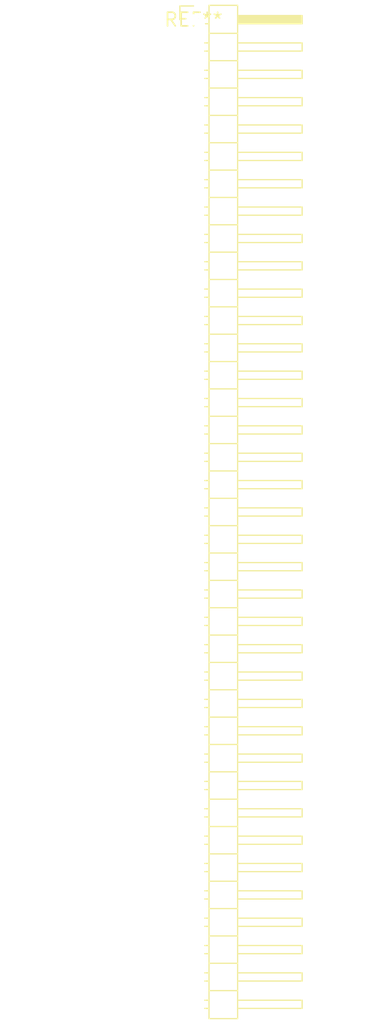
<source format=kicad_pcb>
(kicad_pcb (version 20240108) (generator pcbnew)
  (layers (0 "F.Cu" signal) (31 "B.Cu" signal) (34 "B.Paste" user) (35 "F.Paste" user) (36 "B.SilkS" user "B.Silkscreen") (37 "F.SilkS" user "F.Silkscreen") (38 "B.Mask" user) (39 "F.Mask" user) (44 "Edge.Cuts" user))
  (net 0 "")
  (footprint "PinHeader_1x37_P2.54mm_Horizontal" (layer "F.Cu") (at 0 0)
    (property "Reference" "REF**")
    (property "Value" "PinHeader_1x37_P2.54mm_Horizontal")
    (fp_line (start -1.27 -1.27) (end 0 -1.27) (layer "F.SilkS") (stroke (width 0.12)))
    (fp_line (start -1.27 0) (end -1.27 -1.27) (layer "F.SilkS") (stroke (width 0.12)))
    (fp_line (start 1.042929 2.16) (end 1.44 2.16) (layer "F.SilkS") (stroke (width 0.12)))
    (fp_line (start 1.042929 2.92) (end 1.44 2.92) (layer "F.SilkS") (stroke (width 0.12)))
    (fp_line (start 1.042929 4.7) (end 1.44 4.7) (layer "F.SilkS") (stroke (width 0.12)))
    (fp_line (start 1.042929 5.46) (end 1.44 5.46) (layer "F.SilkS") (stroke (width 0.12)))
    (fp_line (start 1.042929 7.24) (end 1.44 7.24) (layer "F.SilkS") (stroke (width 0.12)))
    (fp_line (start 1.042929 8) (end 1.44 8) (layer "F.SilkS") (stroke (width 0.12)))
    (fp_line (start 1.042929 9.78) (end 1.44 9.78) (layer "F.SilkS") (stroke (width 0.12)))
    (fp_line (start 1.042929 10.54) (end 1.44 10.54) (layer "F.SilkS") (stroke (width 0.12)))
    (fp_line (start 1.042929 12.32) (end 1.44 12.32) (layer "F.SilkS") (stroke (width 0.12)))
    (fp_line (start 1.042929 13.08) (end 1.44 13.08) (layer "F.SilkS") (stroke (width 0.12)))
    (fp_line (start 1.042929 14.86) (end 1.44 14.86) (layer "F.SilkS") (stroke (width 0.12)))
    (fp_line (start 1.042929 15.62) (end 1.44 15.62) (layer "F.SilkS") (stroke (width 0.12)))
    (fp_line (start 1.042929 17.4) (end 1.44 17.4) (layer "F.SilkS") (stroke (width 0.12)))
    (fp_line (start 1.042929 18.16) (end 1.44 18.16) (layer "F.SilkS") (stroke (width 0.12)))
    (fp_line (start 1.042929 19.94) (end 1.44 19.94) (layer "F.SilkS") (stroke (width 0.12)))
    (fp_line (start 1.042929 20.7) (end 1.44 20.7) (layer "F.SilkS") (stroke (width 0.12)))
    (fp_line (start 1.042929 22.48) (end 1.44 22.48) (layer "F.SilkS") (stroke (width 0.12)))
    (fp_line (start 1.042929 23.24) (end 1.44 23.24) (layer "F.SilkS") (stroke (width 0.12)))
    (fp_line (start 1.042929 25.02) (end 1.44 25.02) (layer "F.SilkS") (stroke (width 0.12)))
    (fp_line (start 1.042929 25.78) (end 1.44 25.78) (layer "F.SilkS") (stroke (width 0.12)))
    (fp_line (start 1.042929 27.56) (end 1.44 27.56) (layer "F.SilkS") (stroke (width 0.12)))
    (fp_line (start 1.042929 28.32) (end 1.44 28.32) (layer "F.SilkS") (stroke (width 0.12)))
    (fp_line (start 1.042929 30.1) (end 1.44 30.1) (layer "F.SilkS") (stroke (width 0.12)))
    (fp_line (start 1.042929 30.86) (end 1.44 30.86) (layer "F.SilkS") (stroke (width 0.12)))
    (fp_line (start 1.042929 32.64) (end 1.44 32.64) (layer "F.SilkS") (stroke (width 0.12)))
    (fp_line (start 1.042929 33.4) (end 1.44 33.4) (layer "F.SilkS") (stroke (width 0.12)))
    (fp_line (start 1.042929 35.18) (end 1.44 35.18) (layer "F.SilkS") (stroke (width 0.12)))
    (fp_line (start 1.042929 35.94) (end 1.44 35.94) (layer "F.SilkS") (stroke (width 0.12)))
    (fp_line (start 1.042929 37.72) (end 1.44 37.72) (layer "F.SilkS") (stroke (width 0.12)))
    (fp_line (start 1.042929 38.48) (end 1.44 38.48) (layer "F.SilkS") (stroke (width 0.12)))
    (fp_line (start 1.042929 40.26) (end 1.44 40.26) (layer "F.SilkS") (stroke (width 0.12)))
    (fp_line (start 1.042929 41.02) (end 1.44 41.02) (layer "F.SilkS") (stroke (width 0.12)))
    (fp_line (start 1.042929 42.8) (end 1.44 42.8) (layer "F.SilkS") (stroke (width 0.12)))
    (fp_line (start 1.042929 43.56) (end 1.44 43.56) (layer "F.SilkS") (stroke (width 0.12)))
    (fp_line (start 1.042929 45.34) (end 1.44 45.34) (layer "F.SilkS") (stroke (width 0.12)))
    (fp_line (start 1.042929 46.1) (end 1.44 46.1) (layer "F.SilkS") (stroke (width 0.12)))
    (fp_line (start 1.042929 47.88) (end 1.44 47.88) (layer "F.SilkS") (stroke (width 0.12)))
    (fp_line (start 1.042929 48.64) (end 1.44 48.64) (layer "F.SilkS") (stroke (width 0.12)))
    (fp_line (start 1.042929 50.42) (end 1.44 50.42) (layer "F.SilkS") (stroke (width 0.12)))
    (fp_line (start 1.042929 51.18) (end 1.44 51.18) (layer "F.SilkS") (stroke (width 0.12)))
    (fp_line (start 1.042929 52.96) (end 1.44 52.96) (layer "F.SilkS") (stroke (width 0.12)))
    (fp_line (start 1.042929 53.72) (end 1.44 53.72) (layer "F.SilkS") (stroke (width 0.12)))
    (fp_line (start 1.042929 55.5) (end 1.44 55.5) (layer "F.SilkS") (stroke (width 0.12)))
    (fp_line (start 1.042929 56.26) (end 1.44 56.26) (layer "F.SilkS") (stroke (width 0.12)))
    (fp_line (start 1.042929 58.04) (end 1.44 58.04) (layer "F.SilkS") (stroke (width 0.12)))
    (fp_line (start 1.042929 58.8) (end 1.44 58.8) (layer "F.SilkS") (stroke (width 0.12)))
    (fp_line (start 1.042929 60.58) (end 1.44 60.58) (layer "F.SilkS") (stroke (width 0.12)))
    (fp_line (start 1.042929 61.34) (end 1.44 61.34) (layer "F.SilkS") (stroke (width 0.12)))
    (fp_line (start 1.042929 63.12) (end 1.44 63.12) (layer "F.SilkS") (stroke (width 0.12)))
    (fp_line (start 1.042929 63.88) (end 1.44 63.88) (layer "F.SilkS") (stroke (width 0.12)))
    (fp_line (start 1.042929 65.66) (end 1.44 65.66) (layer "F.SilkS") (stroke (width 0.12)))
    (fp_line (start 1.042929 66.42) (end 1.44 66.42) (layer "F.SilkS") (stroke (width 0.12)))
    (fp_line (start 1.042929 68.2) (end 1.44 68.2) (layer "F.SilkS") (stroke (width 0.12)))
    (fp_line (start 1.042929 68.96) (end 1.44 68.96) (layer "F.SilkS") (stroke (width 0.12)))
    (fp_line (start 1.042929 70.74) (end 1.44 70.74) (layer "F.SilkS") (stroke (width 0.12)))
    (fp_line (start 1.042929 71.5) (end 1.44 71.5) (layer "F.SilkS") (stroke (width 0.12)))
    (fp_line (start 1.042929 73.28) (end 1.44 73.28) (layer "F.SilkS") (stroke (width 0.12)))
    (fp_line (start 1.042929 74.04) (end 1.44 74.04) (layer "F.SilkS") (stroke (width 0.12)))
    (fp_line (start 1.042929 75.82) (end 1.44 75.82) (layer "F.SilkS") (stroke (width 0.12)))
    (fp_line (start 1.042929 76.58) (end 1.44 76.58) (layer "F.SilkS") (stroke (width 0.12)))
    (fp_line (start 1.042929 78.36) (end 1.44 78.36) (layer "F.SilkS") (stroke (width 0.12)))
    (fp_line (start 1.042929 79.12) (end 1.44 79.12) (layer "F.SilkS") (stroke (width 0.12)))
    (fp_line (start 1.042929 80.9) (end 1.44 80.9) (layer "F.SilkS") (stroke (width 0.12)))
    (fp_line (start 1.042929 81.66) (end 1.44 81.66) (layer "F.SilkS") (stroke (width 0.12)))
    (fp_line (start 1.042929 83.44) (end 1.44 83.44) (layer "F.SilkS") (stroke (width 0.12)))
    (fp_line (start 1.042929 84.2) (end 1.44 84.2) (layer "F.SilkS") (stroke (width 0.12)))
    (fp_line (start 1.042929 85.98) (end 1.44 85.98) (layer "F.SilkS") (stroke (width 0.12)))
    (fp_line (start 1.042929 86.74) (end 1.44 86.74) (layer "F.SilkS") (stroke (width 0.12)))
    (fp_line (start 1.042929 88.52) (end 1.44 88.52) (layer "F.SilkS") (stroke (width 0.12)))
    (fp_line (start 1.042929 89.28) (end 1.44 89.28) (layer "F.SilkS") (stroke (width 0.12)))
    (fp_line (start 1.042929 91.06) (end 1.44 91.06) (layer "F.SilkS") (stroke (width 0.12)))
    (fp_line (start 1.042929 91.82) (end 1.44 91.82) (layer "F.SilkS") (stroke (width 0.12)))
    (fp_line (start 1.11 -0.38) (end 1.44 -0.38) (layer "F.SilkS") (stroke (width 0.12)))
    (fp_line (start 1.11 0.38) (end 1.44 0.38) (layer "F.SilkS") (stroke (width 0.12)))
    (fp_line (start 1.44 -1.33) (end 1.44 92.77) (layer "F.SilkS") (stroke (width 0.12)))
    (fp_line (start 1.44 1.27) (end 4.1 1.27) (layer "F.SilkS") (stroke (width 0.12)))
    (fp_line (start 1.44 3.81) (end 4.1 3.81) (layer "F.SilkS") (stroke (width 0.12)))
    (fp_line (start 1.44 6.35) (end 4.1 6.35) (layer "F.SilkS") (stroke (width 0.12)))
    (fp_line (start 1.44 8.89) (end 4.1 8.89) (layer "F.SilkS") (stroke (width 0.12)))
    (fp_line (start 1.44 11.43) (end 4.1 11.43) (layer "F.SilkS") (stroke (width 0.12)))
    (fp_line (start 1.44 13.97) (end 4.1 13.97) (layer "F.SilkS") (stroke (width 0.12)))
    (fp_line (start 1.44 16.51) (end 4.1 16.51) (layer "F.SilkS") (stroke (width 0.12)))
    (fp_line (start 1.44 19.05) (end 4.1 19.05) (layer "F.SilkS") (stroke (width 0.12)))
    (fp_line (start 1.44 21.59) (end 4.1 21.59) (layer "F.SilkS") (stroke (width 0.12)))
    (fp_line (start 1.44 24.13) (end 4.1 24.13) (layer "F.SilkS") (stroke (width 0.12)))
    (fp_line (start 1.44 26.67) (end 4.1 26.67) (layer "F.SilkS") (stroke (width 0.12)))
    (fp_line (start 1.44 29.21) (end 4.1 29.21) (layer "F.SilkS") (stroke (width 0.12)))
    (fp_line (start 1.44 31.75) (end 4.1 31.75) (layer "F.SilkS") (stroke (width 0.12)))
    (fp_line (start 1.44 34.29) (end 4.1 34.29) (layer "F.SilkS") (stroke (width 0.12)))
    (fp_line (start 1.44 36.83) (end 4.1 36.83) (layer "F.SilkS") (stroke (width 0.12)))
    (fp_line (start 1.44 39.37) (end 4.1 39.37) (layer "F.SilkS") (stroke (width 0.12)))
    (fp_line (start 1.44 41.91) (end 4.1 41.91) (layer "F.SilkS") (stroke (width 0.12)))
    (fp_line (start 1.44 44.45) (end 4.1 44.45) (layer "F.SilkS") (stroke (width 0.12)))
    (fp_line (start 1.44 46.99) (end 4.1 46.99) (layer "F.SilkS") (stroke (width 0.12)))
    (fp_line (start 1.44 49.53) (end 4.1 49.53) (layer "F.SilkS") (stroke (width 0.12)))
    (fp_line (start 1.44 52.07) (end 4.1 52.07) (layer "F.SilkS") (stroke (width 0.12)))
    (fp_line (start 1.44 54.61) (end 4.1 54.61) (layer "F.SilkS") (stroke (width 0.12)))
    (fp_line (start 1.44 57.15) (end 4.1 57.15) (layer "F.SilkS") (stroke (width 0.12)))
    (fp_line (start 1.44 59.69) (end 4.1 59.69) (layer "F.SilkS") (stroke (width 0.12)))
    (fp_line (start 1.44 62.23) (end 4.1 62.23) (layer "F.SilkS") (stroke (width 0.12)))
    (fp_line (start 1.44 64.77) (end 4.1 64.77) (layer "F.SilkS") (stroke (width 0.12)))
    (fp_line (start 1.44 67.31) (end 4.1 67.31) (layer "F.SilkS") (stroke (width 0.12)))
    (fp_line (start 1.44 69.85) (end 4.1 69.85) (layer "F.SilkS") (stroke (width 0.12)))
    (fp_line (start 1.44 72.39) (end 4.1 72.39) (layer "F.SilkS") (stroke (width 0.12)))
    (fp_line (start 1.44 74.93) (end 4.1 74.93) (layer "F.SilkS") (stroke (width 0.12)))
    (fp_line (start 1.44 77.47) (end 4.1 77.47) (layer "F.SilkS") (stroke (width 0.12)))
    (fp_line (start 1.44 80.01) (end 4.1 80.01) (layer "F.SilkS") (stroke (width 0.12)))
    (fp_line (start 1.44 82.55) (end 4.1 82.55) (layer "F.SilkS") (stroke (width 0.12)))
    (fp_line (start 1.44 85.09) (end 4.1 85.09) (layer "F.SilkS") (stroke (width 0.12)))
    (fp_line (start 1.44 87.63) (end 4.1 87.63) (layer "F.SilkS") (stroke (width 0.12)))
    (fp_line (start 1.44 90.17) (end 4.1 90.17) (layer "F.SilkS") (stroke (width 0.12)))
    (fp_line (start 1.44 92.77) (end 4.1 92.77) (layer "F.SilkS") (stroke (width 0.12)))
    (fp_line (start 4.1 -1.33) (end 1.44 -1.33) (layer "F.SilkS") (stroke (width 0.12)))
    (fp_line (start 4.1 -0.38) (end 10.1 -0.38) (layer "F.SilkS") (stroke (width 0.12)))
    (fp_line (start 4.1 -0.32) (end 10.1 -0.32) (layer "F.SilkS") (stroke (width 0.12)))
    (fp_line (start 4.1 -0.2) (end 10.1 -0.2) (layer "F.SilkS") (stroke (width 0.12)))
    (fp_line (start 4.1 -0.08) (end 10.1 -0.08) (layer "F.SilkS") (stroke (width 0.12)))
    (fp_line (start 4.1 0.04) (end 10.1 0.04) (layer "F.SilkS") (stroke (width 0.12)))
    (fp_line (start 4.1 0.16) (end 10.1 0.16) (layer "F.SilkS") (stroke (width 0.12)))
    (fp_line (start 4.1 0.28) (end 10.1 0.28) (layer "F.SilkS") (stroke (width 0.12)))
    (fp_line (start 4.1 2.16) (end 10.1 2.16) (layer "F.SilkS") (stroke (width 0.12)))
    (fp_line (start 4.1 4.7) (end 10.1 4.7) (layer "F.SilkS") (stroke (width 0.12)))
    (fp_line (start 4.1 7.24) (end 10.1 7.24) (layer "F.SilkS") (stroke (width 0.12)))
    (fp_line (start 4.1 9.78) (end 10.1 9.78) (layer "F.SilkS") (stroke (width 0.12)))
    (fp_line (start 4.1 12.32) (end 10.1 12.32) (layer "F.SilkS") (stroke (width 0.12)))
    (fp_line (start 4.1 14.86) (end 10.1 14.86) (layer "F.SilkS") (stroke (width 0.12)))
    (fp_line (start 4.1 17.4) (end 10.1 17.4) (layer "F.SilkS") (stroke (width 0.12)))
    (fp_line (start 4.1 19.94) (end 10.1 19.94) (layer "F.SilkS") (stroke (width 0.12)))
    (fp_line (start 4.1 22.48) (end 10.1 22.48) (layer "F.SilkS") (stroke (width 0.12)))
    (fp_line (start 4.1 25.02) (end 10.1 25.02) (layer "F.SilkS") (stroke (width 0.12)))
    (fp_line (start 4.1 27.56) (end 10.1 27.56) (layer "F.SilkS") (stroke (width 0.12)))
    (fp_line (start 4.1 30.1) (end 10.1 30.1) (layer "F.SilkS") (stroke (width 0.12)))
    (fp_line (start 4.1 32.64) (end 10.1 32.64) (layer "F.SilkS") (stroke (width 0.12)))
    (fp_line (start 4.1 35.18) (end 10.1 35.18) (layer "F.SilkS") (stroke (width 0.12)))
    (fp_line (start 4.1 37.72) (end 10.1 37.72) (layer "F.SilkS") (stroke (width 0.12)))
    (fp_line (start 4.1 40.26) (end 10.1 40.26) (layer "F.SilkS") (stroke (width 0.12)))
    (fp_line (start 4.1 42.8) (end 10.1 42.8) (layer "F.SilkS") (stroke (width 0.12)))
    (fp_line (start 4.1 45.34) (end 10.1 45.34) (layer "F.SilkS") (stroke (width 0.12)))
    (fp_line (start 4.1 47.88) (end 10.1 47.88) (layer "F.SilkS") (stroke (width 0.12)))
    (fp_line (start 4.1 50.42) (end 10.1 50.42) (layer "F.SilkS") (stroke (width 0.12)))
    (fp_line (start 4.1 52.96) (end 10.1 52.96) (layer "F.SilkS") (stroke (width 0.12)))
    (fp_line (start 4.1 55.5) (end 10.1 55.5) (layer "F.SilkS") (stroke (width 0.12)))
    (fp_line (start 4.1 58.04) (end 10.1 58.04) (layer "F.SilkS") (stroke (width 0.12)))
    (fp_line (start 4.1 60.58) (end 10.1 60.58) (layer "F.SilkS") (stroke (width 0.12)))
    (fp_line (start 4.1 63.12) (end 10.1 63.12) (layer "F.SilkS") (stroke (width 0.12)))
    (fp_line (start 4.1 65.66) (end 10.1 65.66) (layer "F.SilkS") (stroke (width 0.12)))
    (fp_line (start 4.1 68.2) (end 10.1 68.2) (layer "F.SilkS") (stroke (width 0.12)))
    (fp_line (start 4.1 70.74) (end 10.1 70.74) (layer "F.SilkS") (stroke (width 0.12)))
    (fp_line (start 4.1 73.28) (end 10.1 73.28) (layer "F.SilkS") (stroke (width 0.12)))
    (fp_line (start 4.1 75.82) (end 10.1 75.82) (layer "F.SilkS") (stroke (width 0.12)))
    (fp_line (start 4.1 78.36) (end 10.1 78.36) (layer "F.SilkS") (stroke (width 0.12)))
    (fp_line (start 4.1 80.9) (end 10.1 80.9) (layer "F.SilkS") (stroke (width 0.12)))
    (fp_line (start 4.1 83.44) (end 10.1 83.44) (layer "F.SilkS") (stroke (width 0.12)))
    (fp_line (start 4.1 85.98) (end 10.1 85.98) (layer "F.SilkS") (stroke (width 0.12)))
    (fp_line (start 4.1 88.52) (end 10.1 88.52) (layer "F.SilkS") (stroke (width 0.12)))
    (fp_line (start 4.1 91.06) (end 10.1 91.06) (layer "F.SilkS") (stroke (width 0.12)))
    (fp_line (start 4.1 92.77) (end 4.1 -1.33) (layer "F.SilkS") (stroke (width 0.12)))
    (fp_line (start 10.1 -0.38) (end 10.1 0.38) (layer "F.SilkS") (stroke (width 0.12)))
    (fp_line (start 10.1 0.38) (end 4.1 0.38) (layer "F.SilkS") (stroke (width 0.12)))
    (fp_line (start 10.1 2.16) (end 10.1 2.92) (layer "F.SilkS") (stroke (width 0.12)))
    (fp_line (start 10.1 2.92) (end 4.1 2.92) (layer "F.SilkS") (stroke (width 0.12)))
    (fp_line (start 10.1 4.7) (end 10.1 5.46) (layer "F.SilkS") (stroke (width 0.12)))
    (fp_line (start 10.1 5.46) (end 4.1 5.46) (layer "F.SilkS") (stroke (width 0.12)))
    (fp_line (start 10.1 7.24) (end 10.1 8) (layer "F.SilkS") (stroke (width 0.12)))
    (fp_line (start 10.1 8) (end 4.1 8) (layer "F.SilkS") (stroke (width 0.12)))
    (fp_line (start 10.1 9.78) (end 10.1 10.54) (layer "F.SilkS") (stroke (width 0.12)))
    (fp_line (start 10.1 10.54) (end 4.1 10.54) (layer "F.SilkS") (stroke (width 0.12)))
    (fp_line (start 10.1 12.32) (end 10.1 13.08) (layer "F.SilkS") (stroke (width 0.12)))
    (fp_line (start 10.1 13.08) (end 4.1 13.08) (layer "F.SilkS") (stroke (width 0.12)))
    (fp_line (start 10.1 14.86) (end 10.1 15.62) (layer "F.SilkS") (stroke (width 0.12)))
    (fp_line (start 10.1 15.62) (end 4.1 15.62) (layer "F.SilkS") (stroke (width 0.12)))
    (fp_line (start 10.1 17.4) (end 10.1 18.16) (layer "F.SilkS") (stroke (width 0.12)))
    (fp_line (start 10.1 18.16) (end 4.1 18.16) (layer "F.SilkS") (stroke (width 0.12)))
    (fp_line (start 10.1 19.94) (end 10.1 20.7) (layer "F.SilkS") (stroke (width 0.12)))
    (fp_line (start 10.1 20.7) (end 4.1 20.7) (layer "F.SilkS") (stroke (width 0.12)))
    (fp_line (start 10.1 22.48) (end 10.1 23.24) (layer "F.SilkS") (stroke (width 0.12)))
    (fp_line (start 10.1 23.24) (end 4.1 23.24) (layer "F.SilkS") (stroke (width 0.12)))
    (fp_line (start 10.1 25.02) (end 10.1 25.78) (layer "F.SilkS") (stroke (width 0.12)))
    (fp_line (start 10.1 25.78) (end 4.1 25.78) (layer "F.SilkS") (stroke (width 0.12)))
    (fp_line (start 10.1 27.56) (end 10.1 28.32) (layer "F.SilkS") (stroke (width 0.12)))
    (fp_line (start 10.1 28.32) (end 4.1 28.32) (layer "F.SilkS") (stroke (width 0.12)))
    (fp_line (start 10.1 30.1) (end 10.1 30.86) (layer "F.SilkS") (stroke (width 0.12)))
    (fp_line (start 10.1 30.86) (end 4.1 30.86) (layer "F.SilkS") (stroke (width 0.12)))
    (fp_line (start 10.1 32.64) (end 10.1 33.4) (layer "F.SilkS") (stroke (width 0.12)))
    (fp_line (start 10.1 33.4) (end 4.1 33.4) (layer "F.SilkS") (stroke (width 0.12)))
    (fp_line (start 10.1 35.18) (end 10.1 35.94) (layer "F.SilkS") (stroke (width 0.12)))
    (fp_line (start 10.1 35.94) (end 4.1 35.94) (layer "F.SilkS") (stroke (width 0.12)))
    (fp_line (start 10.1 37.72) (end 10.1 38.48) (layer "F.SilkS") (stroke (width 0.12)))
    (fp_line (start 10.1 38.48) (end 4.1 38.48) (layer "F.SilkS") (stroke (width 0.12)))
    (fp_line (start 10.1 40.26) (end 10.1 41.02) (layer "F.SilkS") (stroke (width 0.12)))
    (fp_line (start 10.1 41.02) (end 4.1 41.02) (layer "F.SilkS") (stroke (width 0.12)))
    (fp_line (start 10.1 42.8) (end 10.1 43.56) (layer "F.SilkS") (stroke (width 0.12)))
    (fp_line (start 10.1 43.56) (end 4.1 43.56) (layer "F.SilkS") (stroke (width 0.12)))
    (fp_line (start 10.1 45.34) (end 10.1 46.1) (layer "F.SilkS") (stroke (width 0.12)))
    (fp_line (start 10.1 46.1) (end 4.1 46.1) (layer "F.SilkS") (stroke (width 0.12)))
    (fp_line (start 10.1 47.88) (end 10.1 48.64) (layer "F.SilkS") (stroke (width 0.12)))
    (fp_line (start 10.1 48.64) (end 4.1 48.64) (layer "F.SilkS") (stroke (width 0.12)))
    (fp_line (start 10.1 50.42) (end 10.1 51.18) (layer "F.SilkS") (stroke (width 0.12)))
    (fp_line (start 10.1 51.18) (end 4.1 51.18) (layer "F.SilkS") (stroke (width 0.12)))
    (fp_line (start 10.1 52.96) (end 10.1 53.72) (layer "F.SilkS") (stroke (width 0.12)))
    (fp_line (start 10.1 53.72) (end 4.1 53.72) (layer "F.SilkS") (stroke (width 0.12)))
    (fp_line (start 10.1 55.5) (end 10.1 56.26) (layer "F.SilkS") (stroke (width 0.12)))
    (fp_line (start 10.1 56.26) (end 4.1 56.26) (layer "F.SilkS") (stroke (width 0.12)))
    (fp_line (start 10.1 58.04) (end 10.1 58.8) (layer "F.SilkS") (stroke (width 0.12)))
    (fp_line (start 10.1 58.8) (end 4.1 58.8) (layer "F.SilkS") (stroke (width 0.12)))
    (fp_line (start 10.1 60.58) (end 10.1 61.34) (layer "F.SilkS") (stroke (width 0.12)))
    (fp_line (start 10.1 61.34) (end 4.1 61.34) (layer "F.SilkS") (stroke (width 0.12)))
    (fp_line (start 10.1 63.12) (end 10.1 63.88) (layer "F.SilkS") (stroke (width 0.12)))
    (fp_line (start 10.1 63.88) (end 4.1 63.88) (layer "F.SilkS") (stroke (width 0.12)))
    (fp_line (start 10.1 65.66) (end 10.1 66.42) (layer "F.SilkS") (stroke (width 0.12)))
    (fp_line (start 10.1 66.42) (end 4.1 66.42) (layer "F.SilkS") (stroke (width 0.12)))
    (fp_line (start 10.1 68.2) (end 10.1 68.96) (layer "F.SilkS") (stroke (width 0.12)))
    (fp_line (start 10.1 68.96) (end 4.1 68.96) (layer "F.SilkS") (stroke (width 0.12)))
    (fp_line (start 10.1 70.74) (end 10.1 71.5) (layer "F.SilkS") (stroke (width 0.12)))
    (fp_line (start 10.1 71.5) (end 4.1 71.5) (layer "F.SilkS") (stroke (width 0.12)))
    (fp_line (start 10.1 73.28) (end 10.1 74.04) (layer "F.SilkS") (stroke (width 0.12)))
    (fp_line (start 10.1 74.04) (end 4.1 74.04) (layer "F.SilkS") (stroke (width 0.12)))
    (fp_line (start 10.1 75.82) (end 10.1 76.58) (layer "F.SilkS") (stroke (width 0.12)))
    (fp_line (start 10.1 76.58) (end 4.1 76.58) (layer "F.SilkS") (stroke (width 0.12)))
    (fp_line (start 10.1 78.36) (end 10.1 79.12) (layer "F.SilkS") (stroke (width 0.12)))
    (fp_line (start 10.1 79.12) (end 4.1 79.12) (layer "F.SilkS") (stroke (width 0.12)))
    (fp_line (start 10.1 80.9) (end 10.1 81.66) (layer "F.SilkS") (stroke (width 0.12)))
    (fp_line (start 10.1 81.66) (end 4.1 81.66) (layer "F.SilkS") (stroke (width 0.12)))
    (fp_line (start 10.1 83.44) (end 10.1 84.2) (layer "F.SilkS") (stroke (width 0.12)))
    (fp_line (start 10.1 84.2) (end 4.1 84.2) (layer "F.SilkS") (stroke (width 0.12)))
    (fp_line (start 10.1 85.98) (end 10.1 86.74) (layer "F.SilkS") (stroke (width 0.12)))
    (fp_line (start 10.1 86.74) (end 4.1 86.74) (layer "F.SilkS") (stroke (width 0.12)))
    (fp_line (start 10.1 88.52) (end 10.1 89.28) (layer "F.SilkS") (stroke (width 0.12)))
    (fp_line (start 10.1 89.28) (end 4.1 89.28) (layer "F.SilkS") (stroke (width 0.12)))
    (fp_line (start 10.1 91.06) (end 10.1 91.82) (layer "F.SilkS") (stroke (width 0.12)))
    (fp_line (start 10.1 91.82) (end 4.1 91.82) (layer "F.SilkS") (stroke (width 0.12)))
    (pad "1" thru_hole rect (at 0 0) (size 1.7 1.7) (drill 1) (layers *.Cu *.Mask) (remove_unused_layers))
    (pad "2" thru_hole oval (at 0 2.54) (size 1.7 1.7) (drill 1) (layers *.Cu *.Mask) (remove_unused_layers))
    (pad "3" thru_hole oval (at 0 5.08) (size 1.7 1.7) (drill 1) (layers *.Cu *.Mask) (remove_unused_layers))
    (pad "4" thru_hole oval (at 0 7.62) (size 1.7 1.7) (drill 1) (layers *.Cu *.Mask) (remove_unused_layers))
    (pad "5" thru_hole oval (at 0 10.16) (size 1.7 1.7) (drill 1) (layers *.Cu *.Mask) (remove_unused_layers))
    (pad "6" thru_hole oval (at 0 12.7) (size 1.7 1.7) (drill 1) (layers *.Cu *.Mask) (remove_unused_layers))
    (pad "7" thru_hole oval (at 0 15.24) (size 1.7 1.7) (drill 1) (layers *.Cu *.Mask) (remove_unused_layers))
    (pad "8" thru_hole oval (at 0 17.78) (size 1.7 1.7) (drill 1) (layers *.Cu *.Mask) (remove_unused_layers))
    (pad "9" thru_hole oval (at 0 20.32) (size 1.7 1.7) (drill 1) (layers *.Cu *.Mask) (remove_unused_layers))
    (pad "10" thru_hole oval (at 0 22.86) (size 1.7 1.7) (drill 1) (layers *.Cu *.Mask) (remove_unused_layers))
    (pad "11" thru_hole oval (at 0 25.4) (size 1.7 1.7) (drill 1) (layers *.Cu *.Mask) (remove_unused_layers))
    (pad "12" thru_hole oval (at 0 27.94) (size 1.7 1.7) (drill 1) (layers *.Cu *.Mask) (remove_unused_layers))
    (pad "13" thru_hole oval (at 0 30.48) (size 1.7 1.7) (drill 1) (layers *.Cu *.Mask) (remove_unused_layers))
    (pad "14" thru_hole oval (at 0 33.02) (size 1.7 1.7) (drill 1) (layers *.Cu *.Mask) (remove_unused_layers))
    (pad "15" thru_hole oval (at 0 35.56) (size 1.7 1.7) (drill 1) (layers *.Cu *.Mask) (remove_unused_layers))
    (pad "16" thru_hole oval (at 0 38.1) (size 1.7 1.7) (drill 1) (layers *.Cu *.Mask) (remove_unused_layers))
    (pad "17" thru_hole oval (at 0 40.64) (size 1.7 1.7) (drill 1) (layers *.Cu *.Mask) (remove_unused_layers))
    (pad "18" thru_hole oval (at 0 43.18) (size 1.7 1.7) (drill 1) (layers *.Cu *.Mask) (remove_unused_layers))
    (pad "19" thru_hole oval (at 0 45.72) (size 1.7 1.7) (drill 1) (layers *.Cu *.Mask) (remove_unused_layers))
    (pad "20" thru_hole oval (at 0 48.26) (size 1.7 1.7) (drill 1) (layers *.Cu *.Mask) (remove_unused_layers))
    (pad "21" thru_hole oval (at 0 50.8) (size 1.7 1.7) (drill 1) (layers *.Cu *.Mask) (remove_unused_layers))
    (pad "22" thru_hole oval (at 0 53.34) (size 1.7 1.7) (drill 1) (layers *.Cu *.Mask) (remove_unused_layers))
    (pad "23" thru_hole oval (at 0 55.88) (size 1.7 1.7) (drill 1) (layers *.Cu *.Mask) (remove_unused_layers))
    (pad "24" thru_hole oval (at 0 58.42) (size 1.7 1.7) (drill 1) (layers *.Cu *.Mask) (remove_unused_layers))
    (pad "25" thru_hole oval (at 0 60.96) (size 1.7 1.7) (drill 1) (layers *.Cu *.Mask) (remove_unused_layers))
    (pad "26" thru_hole oval (at 0 63.5) (size 1.7 1.7) (drill 1) (layers *.Cu *.Mask) (remove_unused_layers))
    (pad "27" thru_hole oval (at 0 66.04) (size 1.7 1.7) (drill 1) (layers *.Cu *.Mask) (remove_unused_layers))
    (pad "28" thru_hole oval (at 0 68.58) (size 1.7 1.7) (drill 1) (layers *.Cu *.Mask) (remove_unused_layers))
    (pad "29" thru_hole oval (at 0 71.12) (size 1.7 1.7) (drill 1) (layers *.Cu *.Mask) (remove_unused_layers))
    (pad "30" thru_hole oval (at 0 73.66) (size 1.7 1.7) (drill 1) (layers *.Cu *.Mask) (remove_unused_layers))
    (pad "31" thru_hole oval (at 0 76.2) (size 1.7 1.7) (drill 1) (layers *.Cu *.Mask) (remove_unused_layers))
    (pad "32" thru_hole oval (at 0 78.74) (size 1.7 1.7) (drill 1) (layers *.Cu *.Mask) (remove_unused_layers))
    (pad "33" thru_hole oval (at 0 81.28) (size 1.7 1.7) (drill 1) (layers *.Cu *.Mask) (remove_unused_layers))
    (pad "34" thru_hole oval (at 0 83.82) (size 1.7 1.7) (drill 1) (layers *.Cu *.Mask) (remove_unused_layers))
    (pad "35" thru_hole oval (at 0 86.36) (size 1.7 1.7) (drill 1) (layers *.Cu *.Mask) (remove_unused_layers))
    (pad "36" thru_hole oval (at 0 88.9) (size 1.7 1.7) (drill 1) (layers *.Cu *.Mask) (remove_unused_layers))
    (pad "37" thru_hole oval (at 0 91.44) (size 1.7 1.7) (drill 1) (layers *.Cu *.Mask) (remove_unused_layers))
  )
)
</source>
